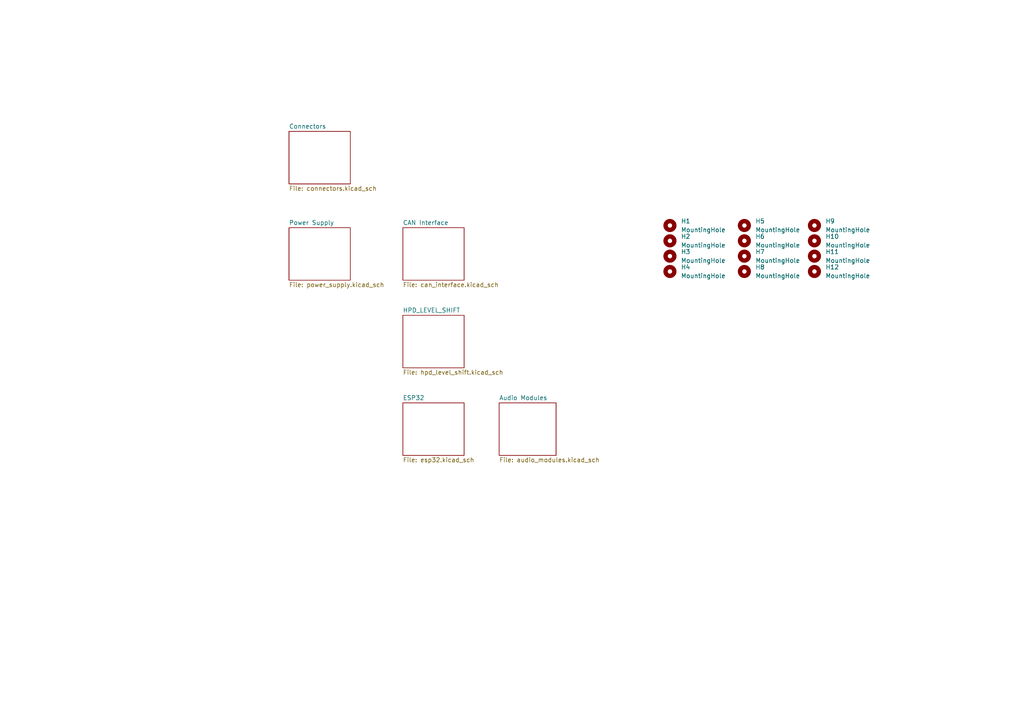
<source format=kicad_sch>
(kicad_sch (version 20211123) (generator eeschema)
  (paper "A4")
  (lib_symbols
    (symbol "Mechanical:MountingHole" (pin_names (offset 1.016))
      (property "Reference" "H" (at 0 5.08 0))
      (property "Value" "MountingHole" (at 0 3.175 0))
      (symbol "MountingHole_0_1"
        (circle (center 0 0) (radius 1.27) (stroke (width 1.27)))
      )
    )
  )
  (symbol (lib_id "Mechanical:MountingHole") (at 236.22 78.74 0) (unit 1)
    (property "Reference" "H12" (at 239.395 77.4699 0) (effects (justify left)))
    (property "Value" "MountingHole" (at 239.395 80.0099 0) (effects (justify left)))
    (property "Footprint" "kicadlibrary:MountingHole_3.2mm_M3_BARE" (effects hide))
  )
  (symbol (lib_id "Mechanical:MountingHole") (at 194.31 78.74 0) (unit 1)
    (property "Reference" "H4" (at 197.485 77.4699 0) (effects (justify left)))
    (property "Value" "MountingHole" (at 197.485 80.0099 0) (effects (justify left)))
    (property "Footprint" "kicadlibrary:MountingHole_3.2mm_M3_BARE" (effects hide))
  )
  (symbol (lib_id "Mechanical:MountingHole") (at 215.9 78.74 0) (unit 1)
    (property "Reference" "H8" (at 219.075 77.4699 0) (effects (justify left)))
    (property "Value" "MountingHole" (at 219.075 80.0099 0) (effects (justify left)))
    (property "Footprint" "kicadlibrary:MountingHole_3.2mm_M3_BARE" (effects hide))
  )
  (symbol (lib_id "Mechanical:MountingHole") (at 215.9 74.295 0) (unit 1)
    (property "Reference" "H7" (at 219.075 73.0249 0) (effects (justify left)))
    (property "Value" "MountingHole" (at 219.075 75.5649 0) (effects (justify left)))
    (property "Footprint" "kicadlibrary:MountingHole_3.2mm_M3_BARE" (effects hide))
  )
  (symbol (lib_id "Mechanical:MountingHole") (at 194.31 69.85 0) (unit 1)
    (property "Reference" "H2" (at 197.485 68.5799 0) (effects (justify left)))
    (property "Value" "MountingHole" (at 197.485 71.1199 0) (effects (justify left)))
    (property "Footprint" "kicadlibrary:MountingHole_3.2mm_M3_BARE" (effects hide))
  )
  (symbol (lib_id "Mechanical:MountingHole") (at 194.31 74.295 0) (unit 1)
    (property "Reference" "H3" (at 197.485 73.0249 0) (effects (justify left)))
    (property "Value" "MountingHole" (at 197.485 75.5649 0) (effects (justify left)))
    (property "Footprint" "kicadlibrary:MountingHole_3.2mm_M3_BARE" (effects hide))
  )
  (symbol (lib_id "Mechanical:MountingHole") (at 215.9 69.85 0) (unit 1)
    (property "Reference" "H6" (at 219.075 68.5799 0) (effects (justify left)))
    (property "Value" "MountingHole" (at 219.075 71.1199 0) (effects (justify left)))
    (property "Footprint" "kicadlibrary:MountingHole_3.2mm_M3_BARE" (effects hide))
  )
  (symbol (lib_id "Mechanical:MountingHole") (at 194.31 65.405 0) (unit 1)
    (property "Reference" "H1" (at 197.485 64.1349 0) (effects (justify left)))
    (property "Value" "MountingHole" (at 197.485 66.6749 0) (effects (justify left)))
    (property "Footprint" "kicadlibrary:MountingHole_3.2mm_M3_BARE" (effects hide))
  )
  (symbol (lib_id "Mechanical:MountingHole") (at 215.9 65.405 0) (unit 1)
    (property "Reference" "H5" (at 219.075 64.1349 0) (effects (justify left)))
    (property "Value" "MountingHole" (at 219.075 66.6749 0) (effects (justify left)))
    (property "Footprint" "kicadlibrary:MountingHole_3.2mm_M3_BARE" (effects hide))
  )
  (symbol (lib_id "Mechanical:MountingHole") (at 236.22 74.295 0) (unit 1)
    (property "Reference" "H11" (at 239.395 73.0249 0) (effects (justify left)))
    (property "Value" "MountingHole" (at 239.395 75.5649 0) (effects (justify left)))
    (property "Footprint" "kicadlibrary:MountingHole_3.2mm_M3_BARE" (effects hide))
  )
  (symbol (lib_id "Mechanical:MountingHole") (at 236.22 65.405 0) (unit 1)
    (property "Reference" "H9" (at 239.395 64.1349 0) (effects (justify left)))
    (property "Value" "MountingHole" (at 239.395 66.6749 0) (effects (justify left)))
    (property "Footprint" "kicadlibrary:MountingHole_3.2mm_M3_BARE" (effects hide))
  )
  (symbol (lib_id "Mechanical:MountingHole") (at 236.22 69.85 0) (unit 1)
    (property "Reference" "H10" (at 239.395 68.5799 0) (effects (justify left)))
    (property "Value" "MountingHole" (at 239.395 71.1199 0) (effects (justify left)))
    (property "Footprint" "kicadlibrary:MountingHole_3.2mm_M3_BARE" (effects hide))
  )
  (sheet (at 83.82 66.04) (size 17.78 15.24) (stroke (width 0.1524))
    (property "Sheet name" "Power Supply" (at 83.82 65.3284 0) (effects (justify left bottom)))
    (property "Sheet file" "power_supply.kicad_sch" (at 83.82 81.8646 0) (effects (justify left top)))
  )
  (sheet (at 83.82 38.1) (size 17.78 15.24) (stroke (width 0.1524))
    (property "Sheet name" "Connectors" (at 83.82 37.3884 0) (effects (justify left bottom)))
    (property "Sheet file" "connectors.kicad_sch" (at 83.82 53.9246 0) (effects (justify left top)))
  )
  (sheet (at 144.78 116.84) (size 16.51 15.24) (stroke (width 0.1524))
    (property "Sheet name" "Audio Modules" (at 144.78 116.1284 0) (effects (justify left bottom)))
    (property "Sheet file" "audio_modules.kicad_sch" (at 144.78 132.6646 0) (effects (justify left top)))
  )
  (sheet (at 116.84 66.04) (size 17.78 15.24) (stroke (width 0.1524))
    (property "Sheet name" "CAN Interface" (at 116.84 65.3284 0) (effects (justify left bottom)))
    (property "Sheet file" "can_interface.kicad_sch" (at 116.84 81.8646 0) (effects (justify left top)))
  )
  (sheet (at 116.84 116.84) (size 17.78 15.24) (stroke (width 0.1524))
    (property "Sheet name" "ESP32" (at 116.84 116.1284 0) (effects (justify left bottom)))
    (property "Sheet file" "esp32.kicad_sch" (at 116.84 132.6646 0) (effects (justify left top)))
  )
  (sheet (at 116.84 91.44) (size 17.78 15.24) (stroke (width 0.1524))
    (property "Sheet name" "HPD_LEVEL_SHIFT" (at 116.84 90.7284 0) (effects (justify left bottom)))
    (property "Sheet file" "hpd_level_shift.kicad_sch" (at 116.84 107.2646 0) (effects (justify left top)))
  )
)
</source>
